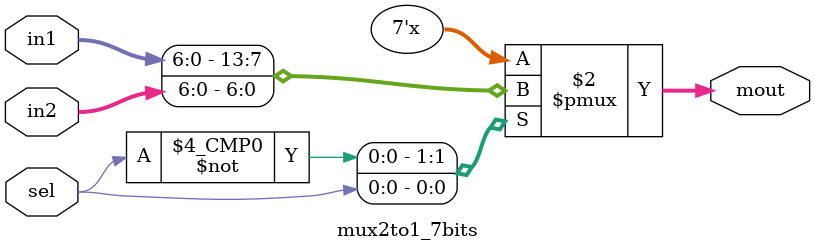
<source format=v>
module mux2to1_7bits(input [6:0] in1, input [6:0] in2,input sel, output reg [6:0] mout);
  always@(in1 or in2 or sel)
    begin
      case(sel)
        1'b0: mout=in1;
        1'b1: mout=in2;
      endcase
  end
endmodule   
</source>
